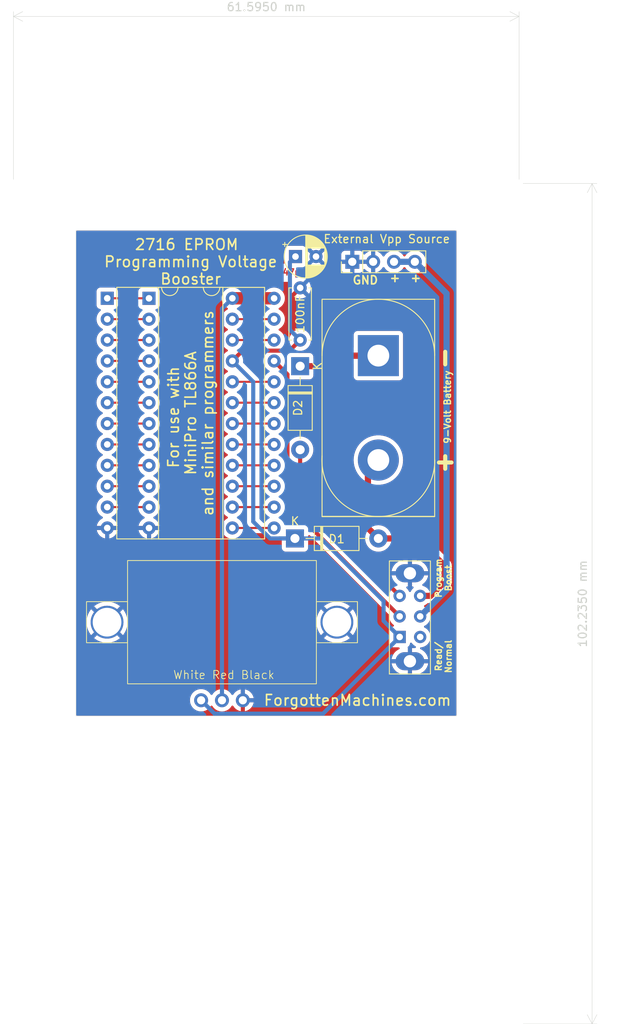
<source format=kicad_pcb>
(kicad_pcb (version 20221018) (generator pcbnew)
  (layers (0 "F.Cu" signal) (31 "B.Cu" signal) (34 "B.Paste" user) (35 "F.Paste" user) (36 "B.SilkS" user "B.Silkscreen") (37 "F.SilkS" user "F.Silkscreen") (38 "B.Mask" user) (39 "F.Mask" user) (44 "Edge.Cuts" user))
  (net 0 "")
  (net 1 "+24V")
  (net 2 "Net-(BT1-+)")
  (net 3 "Net-(BT1--)")
  (net 4 "Net-(D2-A)")
  (net 5 "GND")
  (net 6 "Net-(J1-Pin_3)")
  (net 7 "+5V")
  (net 8 "A7")
  (net 9 "A6")
  (net 10 "A5")
  (net 11 "A4")
  (net 12 "A3")
  (net 13 "A2")
  (net 14 "A1")
  (net 15 "A0")
  (net 16 "O0")
  (net 17 "O1")
  (net 18 "O2")
  (net 19 "O3")
  (net 20 "O4")
  (net 21 "O5")
  (net 22 "O6")
  (net 23 "O7")
  (net 24 "~{CE_PGM}")
  (net 25 "A10")
  (net 26 "~{OE}")
  (net 27 "Vpp from TL866A")
  (net 28 "A9")
  (net 29 "A8")
  (footprint "Package_DIP:DIP-24_W15.24mm" (layer "F.Cu") (at 182.245 82.55)
    (fp_text reference "P1" hide)
    (fp_text value "2716_EPROM")
    (fp_line (start 1.16 -1.33) (end 1.16 29.27) (stroke (width 0.12)) (layer "F.SilkS"))
    (fp_line (start 1.16 29.27) (end 14.08 29.27) (stroke (width 0.12)) (layer "F.SilkS"))
    (fp_line (start 6.62 -1.33) (end 1.16 -1.33) (stroke (width 0.12)) (layer "F.SilkS"))
    (fp_line (start 14.08 -1.33) (end 8.62 -1.33) (stroke (width 0.12)) (layer "F.SilkS"))
    (fp_line (start 14.08 29.27) (end 14.08 -1.33) (stroke (width 0.12)) (layer "F.SilkS"))
    (fp_arc (start 8.62 -1.33) (mid 7.62 -0.33) (end 6.62 -1.33) (stroke (width 0.12)) (layer "F.SilkS"))
    (pad "1" thru_hole rect (at 0 0) (size 1.6 1.6) (drill 0.8) (layers "*.Cu" "*.Mask") (net 8 "A7"))
    (pad "2" thru_hole oval (at 0 2.54) (size 1.6 1.6) (drill 0.8) (layers "*.Cu" "*.Mask") (net 9 "A6"))
    (pad "3" thru_hole oval (at 0 5.08) (size 1.6 1.6) (drill 0.8) (layers "*.Cu" "*.Mask") (net 10 "A5"))
    (pad "4" thru_hole oval (at 0 7.62) (size 1.6 1.6) (drill 0.8) (layers "*.Cu" "*.Mask") (net 11 "A4"))
    (pad "5" thru_hole oval (at 0 10.16) (size 1.6 1.6) (drill 0.8) (layers "*.Cu" "*.Mask") (net 12 "A3"))
    (pad "6" thru_hole oval (at 0 12.7) (size 1.6 1.6) (drill 0.8) (layers "*.Cu" "*.Mask") (net 13 "A2"))
    (pad "7" thru_hole oval (at 0 15.24) (size 1.6 1.6) (drill 0.8) (layers "*.Cu" "*.Mask") (net 14 "A1"))
    (pad "8" thru_hole oval (at 0 17.78) (size 1.6 1.6) (drill 0.8) (layers "*.Cu" "*.Mask") (net 15 "A0"))
    (pad "9" thru_hole oval (at 0 20.32) (size 1.6 1.6) (drill 0.8) (layers "*.Cu" "*.Mask") (net 16 "O0"))
    (pad "10" thru_hole oval (at 0 22.86) (size 1.6 1.6) (drill 0.8) (layers "*.Cu" "*.Mask") (net 17 "O1"))
    (pad "11" thru_hole oval (at 0 25.4) (size 1.6 1.6) (drill 0.8) (layers "*.Cu" "*.Mask") (net 18 "O2"))
    (pad "12" thru_hole oval (at 0 27.94) (size 1.6 1.6) (drill 0.8) (layers "*.Cu" "*.Mask") (net 5 "GND"))
    (pad "13" thru_hole oval (at 15.24 27.94) (size 1.6 1.6) (drill 0.8) (layers "*.Cu" "*.Mask") (net 19 "O3"))
    (pad "14" thru_hole oval (at 15.24 25.4) (size 1.6 1.6) (drill 0.8) (layers "*.Cu" "*.Mask") (net 20 "O4"))
    (pad "15" thru_hole oval (at 15.24 22.86) (size 1.6 1.6) (drill 0.8) (layers "*.Cu" "*.Mask") (net 21 "O5"))
    (pad "16" thru_hole oval (at 15.24 20.32) (size 1.6 1.6) (drill 0.8) (layers "*.Cu" "*.Mask") (net 22 "O6"))
    (pad "17" thru_hole oval (at 15.24 17.78) (size 1.6 1.6) (drill 0.8) (layers "*.Cu" "*.Mask") (net 23 "O7"))
    (pad "18" thru_hole oval (at 15.24 15.24) (size 1.6 1.6) (drill 0.8) (layers "*.Cu" "*.Mask") (net 24 "~{CE_PGM}"))
    (pad "19" thru_hole oval (at 15.24 12.7) (size 1.6 1.6) (drill 0.8) (layers "*.Cu" "*.Mask") (net 25 "A10"))
    (pad "20" thru_hole oval (at 15.24 10.16) (size 1.6 1.6) (drill 0.8) (layers "*.Cu" "*.Mask") (net 26 "~{OE}"))
    (pad "21" thru_hole oval (at 15.24 7.62) (size 1.6 1.6) (drill 0.8) (layers "*.Cu" "*.Mask") (net 27 "Vpp from TL866A"))
    (pad "22" thru_hole oval (at 15.24 5.08) (size 1.6 1.6) (drill 0.8) (layers "*.Cu" "*.Mask") (net 28 "A9"))
    (pad "23" thru_hole oval (at 15.24 2.54) (size 1.6 1.6) (drill 0.8) (layers "*.Cu" "*.Mask") (net 29 "A8"))
    (pad "24" thru_hole oval (at 15.24 0) (size 1.6 1.6) (drill 0.8) (layers "*.Cu" "*.Mask") (net 7 "+5V"))
  )
  (footprint "Forgotten Machines:SW_Slide_DPDT" (layer "F.Cu") (at 212.7775 123.745 90)
    (fp_text reference "SW1" hide)
    (fp_text value "Voltage Boost")
    (fp_rect (start -4.5 -1.25) (end 9.25 3.75) (stroke (width 0.12)) (fill none) (layer "F.SilkS"))
    (pad "" thru_hole oval (at -2.95 1.25 90) (size 2.2 3.5) (drill 1.5) (layers "*.Cu" "*.Mask") (net 5 "GND"))
    (pad "" thru_hole oval (at 7.75 1.25 90) (size 2.2 3.5) (drill 1.5) (layers "*.Cu" "*.Mask") (net 5 "GND"))
    (pad "1" thru_hole rect (at 0 0 90) (size 1.5 1.5) (drill 0.8) (layers "*.Cu" "*.Mask") (net 1 "+24V"))
    (pad "2" thru_hole circle (at 2.5 0 90) (size 1.5 1.5) (drill 0.8) (layers "*.Cu" "*.Mask") (net 27 "Vpp from TL866A"))
    (pad "3" thru_hole circle (at 5 0 90) (size 1.5 1.5) (drill 0.8) (layers "*.Cu" "*.Mask") (net 4 "Net-(D2-A)"))
    (pad "4" thru_hole circle (at 0 2.5 90) (size 1.5 1.5) (drill 0.8) (layers "*.Cu" "*.Mask"))
    (pad "5" thru_hole circle (at 2.5 2.5 90) (size 1.5 1.5) (drill 0.8) (layers "*.Cu" "*.Mask") (net 6 "Net-(J1-Pin_3)"))
    (pad "6" thru_hole circle (at 5 2.5 90) (size 1.5 1.5) (drill 0.8) (layers "*.Cu" "*.Mask") (net 2 "Net-(BT1-+)"))
  )
  (footprint "Capacitor_THT:CP_Radial_D5.0mm_P2.50mm" (layer "F.Cu") (at 200.089888 77.47)
    (fp_text reference "C2" hide)
    (fp_text value "47μF 35V" (at 1.205112 1.905) (layer "F.Cu") (effects (font (size 0.75 0.75))))
    (fp_line (start -1.554775 -1.475) (end -1.054775 -1.475) (stroke (width 0.12)) (layer "F.SilkS"))
    (fp_line (start -1.304775 -1.725) (end -1.304775 -1.225) (stroke (width 0.12)) (layer "F.SilkS"))
    (fp_line (start 1.25 -2.58) (end 1.25 2.58) (stroke (width 0.12)) (layer "F.SilkS"))
    (fp_line (start 1.29 -2.58) (end 1.29 2.58) (stroke (width 0.12)) (layer "F.SilkS"))
    (fp_line (start 1.33 -2.579) (end 1.33 2.579) (stroke (width 0.12)) (layer "F.SilkS"))
    (fp_line (start 1.37 -2.578) (end 1.37 2.578) (stroke (width 0.12)) (layer "F.SilkS"))
    (fp_line (start 1.41 -2.576) (end 1.41 2.576) (stroke (width 0.12)) (layer "F.SilkS"))
    (fp_line (start 1.45 -2.573) (end 1.45 2.573) (stroke (width 0.12)) (layer "F.SilkS"))
    (fp_line (start 1.49 -2.569) (end 1.49 -1.04) (stroke (width 0.12)) (layer "F.SilkS"))
    (fp_line (start 1.49 1.04) (end 1.49 2.569) (stroke (width 0.12)) (layer "F.SilkS"))
    (fp_line (start 1.53 -2.565) (end 1.53 -1.04) (stroke (width 0.12)) (layer "F.SilkS"))
    (fp_line (start 1.53 1.04) (end 1.53 2.565) (stroke (width 0.12)) (layer "F.SilkS"))
    (fp_line (start 1.57 -2.561) (end 1.57 -1.04) (stroke (width 0.12)) (layer "F.SilkS"))
    (fp_line (start 1.57 1.04) (end 1.57 2.561) (stroke (width 0.12)) (layer "F.SilkS"))
    (fp_line (start 1.61 -2.556) (end 1.61 -1.04) (stroke (width 0.12)) (layer "F.SilkS"))
    (fp_line (start 1.61 1.04) (end 1.61 2.556) (stroke (width 0.12)) (layer "F.SilkS"))
    (fp_line (start 1.65 -2.55) (end 1.65 -1.04) (stroke (width 0.12)) (layer "F.SilkS"))
    (fp_line (start 1.65 1.04) (end 1.65 2.55) (stroke (width 0.12)) (layer "F.SilkS"))
    (fp_line (start 1.69 -2.543) (end 1.69 -1.04) (stroke (width 0.12)) (layer "F.SilkS"))
    (fp_line (start 1.69 1.04) (end 1.69 2.543) (stroke (width 0.12)) (layer "F.SilkS"))
    (fp_line (start 1.73 -2.536) (end 1.73 -1.04) (stroke (width 0.12)) (layer "F.SilkS"))
    (fp_line (start 1.73 1.04) (end 1.73 2.536) (stroke (width 0.12)) (layer "F.SilkS"))
    (fp_line (start 1.77 -2.528) (end 1.77 -1.04) (stroke (width 0.12)) (layer "F.SilkS"))
    (fp_line (start 1.77 1.04) (end 1.77 2.528) (stroke (width 0.12)) (layer "F.SilkS"))
    (fp_line (start 1.81 -2.52) (end 1.81 -1.04) (stroke (width 0.12)) (layer "F.SilkS"))
    (fp_line (start 1.81 1.04) (end 1.81 2.52) (stroke (width 0.12)) (layer "F.SilkS"))
    (fp_line (start 1.85 -2.511) (end 1.85 -1.04) (stroke (width 0.12)) (layer "F.SilkS"))
    (fp_line (start 1.85 1.04) (end 1.85 2.511) (stroke (width 0.12)) (layer "F.SilkS"))
    (fp_line (start 1.89 -2.501) (end 1.89 -1.04) (stroke (width 0.12)) (layer "F.SilkS"))
    (fp_line (start 1.89 1.04) (end 1.89 2.501) (stroke (width 0.12)) (layer "F.SilkS"))
    (fp_line (start 1.93 -2.491) (end 1.93 -1.04) (stroke (width 0.12)) (layer "F.SilkS"))
    (fp_line (start 1.93 1.04) (end 1.93 2.491) (stroke (width 0.12)) (layer "F.SilkS"))
    (fp_line (start 1.971 -2.48) (end 1.971 -1.04) (stroke (width 0.12)) (layer "F.SilkS"))
    (fp_line (start 1.971 1.04) (end 1.971 2.48) (stroke (width 0.12)) (layer "F.SilkS"))
    (fp_line (start 2.011 -2.468) (end 2.011 -1.04) (stroke (width 0.12)) (layer "F.SilkS"))
    (fp_line (start 2.011 1.04) (end 2.011 2.468) (stroke (width 0.12)) (layer "F.SilkS"))
    (fp_line (start 2.051 -2.455) (end 2.051 -1.04) (stroke (width 0.12)) (layer "F.SilkS"))
    (fp_line (start 2.051 1.04) (end 2.051 2.455) (stroke (width 0.12)) (layer "F.SilkS"))
    (fp_line (start 2.091 -2.442) (end 2.091 -1.04) (stroke (width 0.12)) (layer "F.SilkS"))
    (fp_line (start 2.091 1.04) (end 2.091 2.442) (stroke (width 0.12)) (layer "F.SilkS"))
    (fp_line (start 2.131 -2.428) (end 2.131 -1.04) (stroke (width 0.12)) (layer "F.SilkS"))
    (fp_line (start 2.131 1.04) (end 2.131 2.428) (stroke (width 0.12)) (layer "F.SilkS"))
    (fp_line (start 2.171 -2.414) (end 2.171 -1.04) (stroke (width 0.12)) (layer "F.SilkS"))
    (fp_line (start 2.171 1.04) (end 2.171 2.414) (stroke (width 0.12)) (layer "F.SilkS"))
    (fp_line (start 2.211 -2.398) (end 2.211 -1.04) (stroke (width 0.12)) (layer "F.SilkS"))
    (fp_line (start 2.211 1.04) (end 2.211 2.398) (stroke (width 0.12)) (layer "F.SilkS"))
    (fp_line (start 2.251 -2.382) (end 2.251 -1.04) (stroke (width 0.12)) (layer "F.SilkS"))
    (fp_line (start 2.251 1.04) (end 2.251 2.382) (stroke (width 0.12)) (layer "F.SilkS"))
    (fp_line (start 2.291 -2.365) (end 2.291 -1.04) (stroke (width 0.12)) (layer "F.SilkS"))
    (fp_line (start 2.291 1.04) (end 2.291 2.365) (stroke (width 0.12)) (layer "F.SilkS"))
    (fp_line (start 2.331 -2.348) (end 2.331 -1.04) (stroke (width 0.12)) (layer "F.SilkS"))
    (fp_line (start 2.331 1.04) (end 2.331 2.348) (stroke (width 0.12)) (layer "F.SilkS"))
    (fp_line (start 2.371 -2.329) (end 2.371 -1.04) (stroke (width 0.12)) (layer "F.SilkS"))
    (fp_line (start 2.371 1.04) (end 2.371 2.329) (stroke (width 0.12)) (layer "F.SilkS"))
    (fp_line (start 2.411 -2.31) (end 2.411 -1.04) (stroke (width 0.12)) (layer "F.SilkS"))
    (fp_line (start 2.411 1.04) (end 2.411 2.31) (stroke (width 0.12)) (layer "F.SilkS"))
    (fp_line (start 2.451 -2.29) (end 2.451 -1.04) (stroke (width 0.12)) (layer "F.SilkS"))
    (fp_line (start 2.451 1.04) (end 2.451 2.29) (stroke (width 0.12)) (layer "F.SilkS"))
    (fp_line (start 2.491 -2.268) (end 2.491 -1.04) (stroke (width 0.12)) (layer "F.SilkS"))
    (fp_line (start 2.491 1.04) (end 2.491 2.268) (stroke (width 0.12)) (layer "F.SilkS"))
    (fp_line (start 2.531 -2.247) (end 2.531 -1.04) (stroke (width 0.12)) (layer "F.SilkS"))
    (fp_line (start 2.531 1.04) (end 2.531 2.247) (stroke (width 0.12)) (layer "F.SilkS"))
    (fp_line (start 2.571 -2.224) (end 2.571 -1.04) (stroke (width 0.12)) (layer "F.SilkS"))
    (fp_line (start 2.571 1.04) (end 2.571 2.224) (stroke (width 0.12)) (layer "F.SilkS"))
    (fp_line (start 2.611 -2.2) (end 2.611 -1.04) (stroke (width 0.12)) (layer "F.SilkS"))
    (fp_line (start 2.611 1.04) (end 2.611 2.2) (stroke (width 0.12)) (layer "F.SilkS"))
    (fp_line (start 2.651 -2.175) (end 2.651 -1.04) (stroke (width 0.12)) (layer "F.SilkS"))
    (fp_line (start 2.651 1.04) (end 2.651 2.175) (stroke (width 0.12)) (layer "F.SilkS"))
    (fp_line (start 2.691 -2.149) (end 2.691 -1.04) (stroke (width 0.12)) (layer "F.SilkS"))
    (fp_line (start 2.691 1.04) (end 2.691 2.149) (stroke (width 0.12)) (layer "F.SilkS"))
    (fp_line (start 2.731 -2.122) (end 2.731 -1.04) (stroke (width 0.12)) (layer "F.SilkS"))
    (fp_line (start 2.731 1.04) (end 2.731 2.122) (stroke (width 0.12)) (layer "F.SilkS"))
    (fp_line (start 2.771 -2.095) (end 2.771 -1.04) (stroke (width 0.12)) (layer "F.SilkS"))
    (fp_line (start 2.771 1.04) (end 2.771 2.095) (stroke (width 0.12)) (layer "F.SilkS"))
    (fp_line (start 2.811 -2.065) (end 2.811 -1.04) (stroke (width 0.12)) (layer "F.SilkS"))
    (fp_line (start 2.811 1.04) (end 2.811 2.065) (stroke (width 0.12)) (layer "F.SilkS"))
    (fp_line (start 2.851 -2.035) (end 2.851 -1.04) (stroke (width 0.12)) (layer "F.SilkS"))
    (fp_line (start 2.851 1.04) (end 2.851 2.035) (stroke (width 0.12)) (layer "F.SilkS"))
    (fp_line (start 2.891 -2.004) (end 2.891 -1.04) (stroke (width 0.12)) (layer "F.SilkS"))
    (fp_line (start 2.891 1.04) (end 2.891 2.004) (stroke (width 0.12)) (layer "F.SilkS"))
    (fp_line (start 2.931 -1.971) (end 2.931 -1.04) (stroke (width 0.12)) (layer "F.SilkS"))
    (fp_line (start 2.931 1.04) (end 2.931 1.971) (stroke (width 0.12)) (layer "F.SilkS"))
    (fp_line (start 2.971 -1.937) (end 2.971 -1.04) (stroke (width 0.12)) (layer "F.SilkS"))
    (fp_line (start 2.971 1.04) (end 2.971 1.937) (stroke (width 0.12)) (layer "F.SilkS"))
    (fp_line (start 3.011 -1.901) (end 3.011 -1.04) (stroke (width 0.12)) (layer "F.SilkS"))
    (fp_line (start 3.011 1.04) (end 3.011 1.901) (stroke (width 0.12)) (layer "F.SilkS"))
    (fp_line (start 3.051 -1.864) (end 3.051 -1.04) (stroke (width 0.12)) (layer "F.SilkS"))
    (fp_line (start 3.051 1.04) (end 3.051 1.864) (stroke (width 0.12)) (layer "F.SilkS"))
    (fp_line (start 3.091 -1.826) (end 3.091 -1.04) (stroke (width 0.12)) (layer "F.SilkS"))
    (fp_line (start 3.091 1.04) (end 3.091 1.826) (stroke (width 0.12)) (layer "F.SilkS"))
    (fp_line (start 3.131 -1.785) (end 3.131 -1.04) (stroke (width 0.12)) (layer "F.SilkS"))
    (fp_line (start 3.131 1.04) (end 3.131 1.785) (stroke (width 0.12)) (layer "F.SilkS"))
    (fp_line (start 3.171 -1.743) (end 3.171 -1.04) (stroke (width 0.12)) (layer "F.SilkS"))
    (fp_line (start 3.171 1.04) (end 3.171 1.743) (stroke (width 0.12)) (layer "F.SilkS"))
    (fp_line (start 3.211 -1.699) (end 3.211 -1.04) (stroke (width 0.12)) (layer "F.SilkS"))
    (fp_line (start 3.211 1.04) (end 3.211 1.699) (stroke (width 0.12)) (layer "F.SilkS"))
    (fp_line (start 3.251 -1.653) (end 3.251 -1.04) (stroke (width 0.12)) (layer "F.SilkS"))
    (fp_line (start 3.251 1.04) (end 3.251 1.653) (stroke (width 0.12)) (layer "F.SilkS"))
    (fp_line (start 3.291 -1.605) (end 3.291 -1.04) (stroke (width 0.12)) (layer "F.SilkS"))
    (fp_line (start 3.291 1.04) (end 3.291 1.605) (stroke (width 0.12)) (layer "F.SilkS"))
    (fp_line (start 3.331 -1.554) (end 3.331 -1.04) (stroke (width 0.12)) (layer "F.SilkS"))
    (fp_line (start 3.331 1.04) (end 3.331 1.554) (stroke (width 0.12)) (layer "F.SilkS"))
    (fp_line (start 3.371 -1.5) (end 3.371 -1.04) (stroke (width 0.12)) (layer "F.SilkS"))
    (fp_line (start 3.371 1.04) (end 3.371 1.5) (stroke (width 0.12)) (layer "F.SilkS"))
    (fp_line (start 3.411 -1.443) (end 3.411 -1.04) (stroke (width 0.12)) (layer "F.SilkS"))
    (fp_line (start 3.411 1.04) (end 3.411 1.443) (stroke (width 0.12)) (layer "F.SilkS"))
    (fp_line (start 3.451 -1.383) (end 3.451 -1.04) (stroke (width 0.12)) (layer "F.SilkS"))
    (fp_line (start 3.451 1.04) (end 3.451 1.383) (stroke (width 0.12)) (layer "F.SilkS"))
    (fp_line (start 3.491 -1.319) (end 3.491 -1.04) (stroke (width 0.12)) (layer "F.SilkS"))
    (fp_line (start 3.491 1.04) (end 3.491 1.319) (stroke (width 0.12)) (layer "F.SilkS"))
    (fp_line (start 3.531 -1.251) (end 3.531 -1.04) (stroke (width 0.12)) (layer "F.SilkS"))
    (fp_line (start 3.531 1.04) (end 3.531 1.251) (stroke (width 0.12)) (layer "F.SilkS"))
    (fp_line (start 3.571 -1.178) (end 3.571 1.178) (stroke (width 0.12)) (layer "F.SilkS"))
    (fp_line (start 3.611 -1.098) (end 3.611 1.098) (stroke (width 0.12)) (layer "F.SilkS"))
    (fp_line (start 3.651 -1.011) (end 3.651 1.011) (stroke (width 0.12)) (layer "F.SilkS"))
    (fp_line (start 3.691 -0.915) (end 3.691 0.915) (stroke (width 0.12)) (layer "F.SilkS"))
    (fp_line (start 3.731 -0.805) (end 3.731 0.805) (stroke (width 0.12)) (layer "F.SilkS"))
    (fp_line (start 3.771 -0.677) (end 3.771 0.677) (stroke (width 0.12)) (layer "F.SilkS"))
    (fp_line (start 3.811 -0.518) (end 3.811 0.518) (stroke (width 0.12)) (layer "F.SilkS"))
    (fp_line (start 3.851 -0.284) (end 3.851 0.284) (stroke (width 0.12)) (layer "F.SilkS"))
    (fp_circle (center 1.25 0) (end 3.87 0) (stroke (width 0.12)) (fill none) (layer "F.SilkS"))
    (pad "1" thru_hole rect (at 0 0) (size 1.6 1.6) (drill 0.8) (layers "*.Cu" "*.Mask") (net 1 "+24V"))
    (pad "2" thru_hole circle (at 2.5 0) (size 1.6 1.6) (drill 0.8) (layers "*.Cu" "*.Mask") (net 5 "GND"))
  )
  (footprint "Package_DIP:DIP-24_W15.24mm" (layer "F.Cu") (at 177.16 82.545)
    (fp_text reference "U1" hide)
    (fp_text value "2716_EPROM")
    (fp_line (start 1.16 -1.33) (end 1.16 29.27) (stroke (width 0.12)) (layer "F.SilkS"))
    (fp_line (start 1.16 29.27) (end 14.08 29.27) (stroke (width 0.12)) (layer "F.SilkS"))
    (fp_line (start 6.62 -1.33) (end 1.16 -1.33) (stroke (width 0.12)) (layer "F.SilkS"))
    (fp_line (start 14.08 -1.33) (end 8.62 -1.33) (stroke (width 0.12)) (layer "F.SilkS"))
    (fp_line (start 14.08 29.27) (end 14.08 -1.33) (stroke (width 0.12)) (layer "F.SilkS"))
    (fp_arc (start 8.62 -1.33) (mid 7.62 -0.33) (end 6.62 -1.33) (stroke (width 0.12)) (layer "F.SilkS"))
    (pad "1" thru_hole rect (at 0 0) (size 1.6 1.6) (drill 0.8) (layers "*.Cu" "*.Mask") (net 8 "A7"))
    (pad "2" thru_hole oval (at 0 2.54) (size 1.6 1.6) (drill 0.8) (layers "*.Cu" "*.Mask") (net 9 "A6"))
    (pad "3" thru_hole oval (at 0 5.08) (size 1.6 1.6) (drill 0.8) (layers "*.Cu" "*.Mask") (net 10 "A5"))
    (pad "4" thru_hole oval (at 0 7.62) (size 1.6 1.6) (drill 0.8) (layers "*.Cu" "*.Mask") (net 11 "A4"))
    (pad "5" thru_hole oval (at 0 10.16) (size 1.6 1.6) (drill 0.8) (layers "*.Cu" "*.Mask") (net 12 "A3"))
    (pad "6" thru_hole oval (at 0 12.7) (size 1.6 1.6) (drill 0.8) (layers "*.Cu" "*.Mask") (net 13 "A2"))
    (pad "7" thru_hole oval (at 0 15.24) (size 1.6 1.6) (drill 0.8) (layers "*.Cu" "*.Mask") (net 14 "A1"))
    (pad "8" thru_hole oval (at 0 17.78) (size 1.6 1.6) (drill 0.8) (layers "*.Cu" "*.Mask") (net 15 "A0"))
    (pad "9" thru_hole oval (at 0 20.32) (size 1.6 1.6) (drill 0.8) (layers "*.Cu" "*.Mask") (net 16 "O0"))
    (pad "10" thru_hole oval (at 0 22.86) (size 1.6 1.6) (drill 0.8) (layers "*.Cu" "*.Mask") (net 17 "O1"))
    (pad "11" thru_hole oval (at 0 25.4) (size 1.6 1.6) (drill 0.8) (layers "*.Cu" "*.Mask") (net 18 "O2"))
    (pad "12" thru_hole oval (at 0 27.94) (size 1.6 1.6) (drill 0.8) (layers "*.Cu" "*.Mask") (net 5 "GND"))
    (pad "13" thru_hole oval (at 15.24 27.94) (size 1.6 1.6) (drill 0.8) (layers "*.Cu" "*.Mask") (net 19 "O3"))
    (pad "14" thru_hole oval (at 15.24 25.4) (size 1.6 1.6) (drill 0.8) (layers "*.Cu" "*.Mask") (net 20 "O4"))
    (pad "15" thru_hole oval (at 15.24 22.86) (size 1.6 1.6) (drill 0.8) (layers "*.Cu" "*.Mask") (net 21 "O5"))
    (pad "16" thru_hole oval (at 15.24 20.32) (size 1.6 1.6) (drill 0.8) (layers "*.Cu" "*.Mask") (net 22 "O6"))
    (pad "17" thru_hole oval (at 15.24 17.78) (size 1.6 1.6) (drill 0.8) (layers "*.Cu" "*.Mask") (net 23 "O7"))
    (pad "18" thru_hole oval (at 15.24 15.24) (size 1.6 1.6) (drill 0.8) (layers "*.Cu" "*.Mask") (net 24 "~{CE_PGM}"))
    (pad "19" thru_hole oval (at 15.24 12.7) (size 1.6 1.6) (drill 0.8) (layers "*.Cu" "*.Mask") (net 25 "A10"))
    (pad "20" thru_hole oval (at 15.24 10.16) (size 1.6 1.6) (drill 0.8) (layers "*.Cu" "*.Mask") (net 26 "~{OE}"))
    (pad "21" thru_hole oval (at 15.24 7.62) (size 1.6 1.6) (drill 0.8) (layers "*.Cu" "*.Mask") (net 1 "+24V"))
    (pad "22" thru_hole oval (at 15.24 5.08) (size 1.6 1.6) (drill 0.8) (layers "*.Cu" "*.Mask") (net 28 "A9"))
    (pad "23" thru_hole oval (at 15.24 2.54) (size 1.6 1.6) (drill 0.8) (layers "*.Cu" "*.Mask") (net 29 "A8"))
    (pad "24" thru_hole oval (at 15.24 0) (size 1.6 1.6) (drill 0.8) (layers "*.Cu" "*.Mask") (net 7 "+5V"))
  )
  (footprint "Connector_PinHeader_2.54mm:PinHeader_1x04_P2.54mm_Vertical" (layer "F.Cu") (at 207.01 78.105 90)
    (fp_text reference "J1" hide)
    (fp_text value "External Power for Vpp")
    (fp_line (start -1.33 -1.33) (end 0 -1.33) (stroke (width 0.12)) (layer "F.SilkS"))
    (fp_line (start -1.33 0) (end -1.33 -1.33) (stroke (width 0.12)) (layer "F.SilkS"))
    (fp_line (start -1.33 1.27) (end -1.33 8.95) (stroke (width 0.12)) (layer "F.SilkS"))
    (fp_line (start -1.33 1.27) (end 1.33 1.27) (stroke (width 0.12)) (layer "F.SilkS"))
    (fp_line (start -1.33 8.95) (end 1.33 8.95) (stroke (width 0.12)) (layer "F.SilkS"))
    (fp_line (start 1.33 1.27) (end 1.33 8.95) (stroke (width 0.12)) (layer "F.SilkS"))
    (pad "1" thru_hole rect (at 0 0 90) (size 1.7 1.7) (drill 1) (layers "*.Cu" "*.Mask") (net 5 "GND"))
    (pad "2" thru_hole oval (at 0 2.54 90) (size 1.7 1.7) (drill 1) (layers "*.Cu" "*.Mask") (net 5 "GND"))
    (pad "3" thru_hole oval (at 0 5.08 90) (size 1.7 1.7) (drill 1) (layers "*.Cu" "*.Mask") (net 6 "Net-(J1-Pin_3)"))
    (pad "4" thru_hole oval (at 0 7.62 90) (size 1.7 1.7) (drill 1) (layers "*.Cu" "*.Mask") (net 6 "Net-(J1-Pin_3)"))
  )
  (footprint "Diode_THT:D_DO-41_SOD81_P10.16mm_Horizontal" (layer "F.Cu") (at 200.025 111.76)
    (fp_text reference "D1" (at 5.08 0.073789) (layer "F.SilkS"))
    (fp_text value "1N4004")
    (fp_text user "K" (at 0 -2.1) (layer "F.SilkS"))
    (fp_line (start 1.34 0) (end 2.36 0) (stroke (width 0.12)) (layer "F.SilkS"))
    (fp_line (start 2.36 -1.47) (end 2.36 1.47) (stroke (width 0.12)) (layer "F.SilkS"))
    (fp_line (start 2.36 1.47) (end 7.8 1.47) (stroke (width 0.12)) (layer "F.SilkS"))
    (fp_line (start 3.14 -1.47) (end 3.14 1.47) (stroke (width 0.12)) (layer "F.SilkS"))
    (fp_line (start 3.26 -1.47) (end 3.26 1.47) (stroke (width 0.12)) (layer "F.SilkS"))
    (fp_line (start 3.38 -1.47) (end 3.38 1.47) (stroke (width 0.12)) (layer "F.SilkS"))
    (fp_line (start 7.8 -1.47) (end 2.36 -1.47) (stroke (width 0.12)) (layer "F.SilkS"))
    (fp_line (start 7.8 1.47) (end 7.8 -1.47) (stroke (width 0.12)) (layer "F.SilkS"))
    (fp_line (start 8.82 0) (end 7.8 0) (stroke (width 0.12)) (layer "F.SilkS"))
    (pad "1" thru_hole rect (at 0 0) (size 2.2 2.2) (drill 1.1) (layers "*.Cu" "*.Mask") (net 1 "+24V"))
    (pad "2" thru_hole oval (at 10.16 0) (size 2.2 2.2) (drill 1.1) (layers "*.Cu" "*.Mask") (net 2 "Net-(BT1-+)"))
  )
  (footprint "Forgotten Machines:Disc Capacitor Common Entrex Trapezoid" (layer "F.Cu") (at 200.445 85.09 90)
    (fp_text reference "C1" hide)
    (fp_text value "100nF" (at 0.635 0.215 90 unlocked) (layer "F.SilkS"))
    (fp_line (start -2.54 -1.155) (end -2.54 -0.84) (stroke (width 0.12)) (layer "F.SilkS"))
    (fp_line (start -2.54 -1.155) (end 3.81 -1.155) (stroke (width 0.12)) (layer "F.SilkS"))
    (fp_line (start -2.54 1.27) (end -2.54 1.585) (stroke (width 0.12)) (layer "F.SilkS"))
    (fp_line (start -2.54 1.585) (end 3.81 1.585) (stroke (width 0.12)) (layer "F.SilkS"))
    (fp_line (start 3.81 -1.155) (end 3.81 -0.84) (stroke (width 0.12)) (layer "F.SilkS"))
    (fp_line (start 3.81 1.27) (end 3.81 1.585) (stroke (width 0.12)) (layer "F.SilkS"))
    (pad "1" thru_hole circle (at -2.54 0.215 90) (size 1.6 1.6) (drill 0.8) (layers "*.Cu" "*.Mask") (net 1 "+24V"))
    (pad "2" thru_hole circle (at 3.81 0.215 90) (size 1.6 1.6) (drill 0.8) (layers "*.Cu" "*.Mask") (net 5 "GND"))
  )
  (footprint "Forgotten Machines:Cheap Amazon Voltmeter" (layer "F.Cu") (at 191.135 121.945)
    (fp_text reference "MES1" hide)
    (fp_text value "Cheap Amazon Voltmeter")
    (fp_text user "White Red Black" (at -6 7 unlocked) (layer "F.SilkS") (effects (font (thickness 0.1)) (justify left bottom)))
    (fp_rect (start -11.5 -7.5) (end 11.5 7.5) (stroke (width 0.1)) (fill none) (layer "F.SilkS"))
    (fp_rect (start -11.5 -2.5) (end -16.5 2.5) (stroke (width 0.1)) (fill none) (layer "F.SilkS"))
    (fp_rect (start 16.5 -2.5) (end 11.5 2.5) (stroke (width 0.1)) (fill none) (layer "F.SilkS"))
    (fp_rect (start 16.5 2.5) (end 16.5 -2.5) (stroke (width 0.1)) (fill none) (layer "F.SilkS"))
    (pad "1" thru_hole oval (at 2.54 9.5 270) (size 1.7 1.7) (drill 1) (layers "*.Cu" "*.Mask") (net 5 "GND"))
    (pad "2" thru_hole oval (at 0 9.5 270) (size 1.7 1.7) (drill 1) (layers "*.Cu" "*.Mask") (net 7 "+5V"))
    (pad "3" thru_hole oval (at -2.54 9.5 270) (size 1.7 1.7) (drill 1) (layers "*.Cu" "*.Mask") (net 1 "+24V"))
    (pad "4" thru_hole circle (at -14 0 270) (size 4 4) (drill 3.5) (layers "*.Cu" "*.Mask") (net 5 "GND"))
    (pad "5" thru_hole circle (at 14 0 270) (size 4 4) (drill 3.5) (layers "*.Cu" "*.Mask") (net 5 "GND"))
  )
  (footprint "Forgotten Machines:9v Battery PCB-Mount" (layer "F.Cu") (at 210.185 89.5223 -90)
    (fp_text reference "BT1" hide)
    (fp_text value "9v Battery")
    (fp_text user "-" (at -1.27 -7.112 -90 unlocked) (layer "F.SilkS") (effects (font (size 2 2) (thickness 0.5) bold) (justify left bottom)))
    (fp_text user "+" (at 11.43 -7.112 -90 unlocked) (layer "F.SilkS") (effects (font (size 2 2) (thickness 0.5) bold) (justify left bottom)))
    (fp_rect (start 19.558 -6.858) (end 19.5834 6.858) (stroke (width 0.12)) (fill none) (layer "F.SilkS"))
    (fp_rect (start 19.558 6.858) (end -6.858 -6.858) (stroke (width 0.12)) (fill none) (layer "F.SilkS"))
    (fp_arc (start 0 6.858) (mid -6.858 0) (end 0 -6.858) (stroke (width 0.12)) (layer "F.SilkS"))
    (fp_arc (start 12.7 -6.876789) (mid 19.57209 0.254174) (end 12.192 6.858) (stroke (width 0.12)) (layer "F.SilkS"))
    (pad "1" thru_hole circle (at 12.7 0 270) (size 5 5) (drill 2.65) (layers "*.Cu" "*.Mask") (net 2 "Net-(BT1-+)"))
    (pad "2" thru_hole rect (at 0 0 270) (size 5 5) (drill 2.65) (layers "*.Cu" "*.Mask") (net 3 "Net-(BT1--)"))
  )
  (footprint "Diode_THT:D_DO-41_SOD81_P10.16mm_Horizontal" (layer "F.Cu") (at 200.66 90.805 -90)
    (fp_text reference "D2" (at 5.08 0.268789 90) (layer "F.SilkS"))
    (fp_text value "1N4004")
    (fp_text user "K" (at 0 -2.1 90) (layer "F.SilkS"))
    (fp_line (start 1.34 0) (end 2.36 0) (stroke (width 0.12)) (layer "F.SilkS"))
    (fp_line (start 2.36 -1.47) (end 2.36 1.47) (stroke (width 0.12)) (layer "F.SilkS"))
    (fp_line (start 2.36 1.47) (end 7.8 1.47) (stroke (width 0.12)) (layer "F.SilkS"))
    (fp_line (start 3.14 -1.47) (end 3.14 1.47) (stroke (width 0.12)) (layer "F.SilkS"))
    (fp_line (start 3.26 -1.47) (end 3.26 1.47) (stroke (width 0.12)) (layer "F.SilkS"))
    (fp_line (start 3.38 -1.47) (end 3.38 1.47) (stroke (width 0.12)) (layer "F.SilkS"))
    (fp_line (start 7.8 -1.47) (end 2.36 -1.47) (stroke (width 0.12)) (layer "F.SilkS"))
    (fp_line (start 7.8 1.47) (end 7.8 -1.47) (stroke (width 0.12)) (layer "F.SilkS"))
    (fp_line (start 8.82 0) (end 7.8 0) (stroke (width 0.12)) (layer "F.SilkS"))
    (pad "1" thru_hole rect (at 0 0 270) (size 2.2 2.2) (drill 1.1) (layers "*.Cu" "*.Mask") (net 3 "Net-(BT1--)"))
    (pad "2" thru_hole oval (at 10.16 0 270) (size 2.2 2.2) (drill 1.1) (layers "*.Cu" "*.Mask") (net 4 "Net-(D2-A)"))
  )
  (gr_rect (start 173.355 74.295) (end 219.71 133.35) (stroke (width 0.05)) (fill none) (layer "Edge.Cuts"))
  (gr_text "ForgottenMachines.com" (at 207.645 131.445) (layer "F.SilkS") (effects (font (size 1.3 1.3) (thickness 0.2))))
  (gr_text "Read/\nNormal" (at 218.12 126.115 90) (layer "F.SilkS") (effects (font (size 0.75 0.75) (thickness 0.17) bold)))
  (gr_text "9-Volt Battery" (at 219.075 100.3173 90) (layer "F.SilkS") (effects (font (size 0.8 0.8) (thickness 0.16) bold) (justify left bottom)))
  (gr_text "+" (at 211.455 80.645) (layer "F.SilkS") (effects (font (size 1 1) (thickness 0.2) bold) (justify left bottom)))
  (gr_text "GND" (at 206.945 80.925) (layer "F.SilkS") (effects (font (size 1 1) (thickness 0.2) bold) (justify left bottom)))
  (gr_text "2716 EPROM \nProgramming Voltage\nBooster" (at 187.325 78.105) (layer "F.SilkS") (effects (font (size 1.3 1.3) (thickness 0.2))))
  (gr_text "Program\nBoost" (at 218.12 116.59 90) (layer "F.SilkS") (effects (font (size 0.75 0.75) (thickness 0.17) bold)))
  (gr_text "+" (at 213.995 80.645) (layer "F.SilkS") (effects (font (size 1 1) (thickness 0.2) bold) (justify left bottom)))
  (gr_text "For use with \nMiniPro TL866A\nand similar programmers" (at 187.325 96.52 90) (layer "F.SilkS") (effects (font (size 1.3 1.3) (thickness 0.2))))
  (gr_text "External Vpp Source" (at 203.420888 75.916) (layer "F.SilkS") (effects (font (size 1 1)) (justify left bottom)))
  (dimension (type aligned) (layer "Edge.Cuts") (pts (xy 227.33 68.58) (xy 227.33 170.815)) (height -8.89) (gr_text "102.2350 mm" (at 235.07 119.6975 90) (layer "Edge.Cuts") (effects (font (size 1 1) (thickness 0.15)))) (format (prefix "") (suffix "") (units 3) (units_format 1) (precision 4)) (style (thickness 0.05) (arrow_length 1.27) (text_position_mode 0) (extension_height 0.58642) (extension_offset 0.5) keep_text_aligned))
  (dimension (type aligned) (layer "Edge.Cuts") (pts (xy 227.33 68.58) (xy 165.735 68.58)) (height 20.32) (gr_text "61.5950 mm" (at 196.5325 47.11) (layer "Edge.Cuts") (effects (font (size 1 1) (thickness 0.15)))) (format (prefix "") (suffix "") (units 3) (units_format 1) (precision 4)) (style (thickness 0.05) (arrow_length 1.27) (text_position_mode 0) (extension_height 0.58642) (extension_offset 0.5) keep_text_aligned))
  (segment (start 193.65 88.915) (end 199.375 88.915) (width 0.5) (layer "F.Cu") (net 1))
  (segment (start 212.7775 123.745) (end 212.7775 123.7725) (width 0.5) (layer "F.Cu") (net 1))
  (segment (start 192.4 90.165) (end 193.65 88.915) (width 0.5) (layer "F.Cu") (net 1))
  (segment (start 199.375 88.915) (end 200.66 87.63) (width 0.5) (layer "F.Cu") (net 1))
  (segment (start 194.945 92.71) (end 194.945 109.717767) (width 0.5) (layer "B.Cu") (net 1))
  (segment (start 199.41 78.149888) (end 200.089888 77.47) (width 0.5) (layer "B.Cu") (net 1))
  (segment (start 203.4475 133.075) (end 190.225 133.075) (width 0.5) (layer "B.Cu") (net 1))
  (segment (start 212.7775 123.745) (end 203.4475 133.075) (width 0.5) (layer "B.Cu") (net 1))
  (segment (start 194.945 109.717767) (end 196.987233 111.76) (width 0.5) (layer "B.Cu") (net 1))
  (segment (start 198.12 111.76) (end 200.025 111.76) (width 0.5) (layer "B.Cu") (net 1))
  (segment (start 210.82 121.7875) (end 212.7775 123.745) (width 0.5) (layer "B.Cu") (net 1))
  (segment (start 203.2 111.76) (end 210.82 119.38) (width 0.5) (layer "B.Cu") (net 1))
  (segment (start 198.12 111.76) (end 203.2 111.76) (width 0.5) (layer "B.Cu") (net 1))
  (segment (start 200.66 87.63) (end 199.41 86.38) (width 0.5) (layer "B.Cu") (net 1))
  (segment (start 196.987233 111.76) (end 198.12 111.76) (width 0.5) (layer "B.Cu") (net 1))
  (segment (start 199.41 86.38) (end 199.41 78.149888) (width 0.5) (layer "B.Cu") (net 1))
  (segment (start 192.4 90.165) (end 194.945 92.71) (width 0.5) (layer "B.Cu") (net 1))
  (segment (start 190.225 133.075) (end 188.595 131.445) (width 0.5) (layer "B.Cu") (net 1))
  (segment (start 210.82 119.38) (end 210.82 121.7875) (width 0.5) (layer "B.Cu") (net 1))
  (segment (start 213.36 111.76) (end 214.915634 111.76) (width 0.75) (layer "F.Cu") (net 2))
  (segment (start 216.535 118.745) (end 215.2775 118.745) (width 0.75) (layer "F.Cu") (net 2))
  (segment (start 218.245 115.089366) (end 218.245 116.84) (width 0.75) (layer "F.Cu") (net 2))
  (segment (start 218.245 117.035) (end 216.535 118.745) (width 0.75) (layer "F.Cu") (net 2))
  (segment (start 214.915634 111.76) (end 218.245 115.089366) (width 0.75) (layer "F.Cu") (net 2))
  (segment (start 208.915 102.235) (end 208.915 106.68) (width 0.75) (layer "F.Cu") (net 2))
  (segment (start 208.915 106.68) (end 208.915 103.4923) (width 0.75) (layer "F.Cu") (net 2))
  (segment (start 210.185 111.76) (end 214.915634 111.76) (width 0.75) (layer "F.Cu") (net 2))
  (segment (start 208.915 110.49) (end 210.185 111.76) (width 0.75) (layer "F.Cu") (net 2))
  (segment (start 208.915 106.68) (end 208.915 110.49) (width 0.75) (layer "F.Cu") (net 2))
  (segment (start 208.915 103.4923) (end 210.185 102.2223) (width 0.75) (layer "F.Cu") (net 2))
  (segment (start 218.245 116.84) (end 218.245 117.035) (width 0.75) (layer "F.Cu") (net 2))
  (segment (start 203.2 90.805) (end 204.47 89.535) (width 0.75) (layer "F.Cu") (net 3))
  (segment (start 205.74 89.535) (end 205.7527 89.5223) (width 0.75) (layer "F.Cu") (net 3))
  (segment (start 204.47 89.535) (end 205.74 89.535) (width 0.75) (layer "F.Cu") (net 3))
  (segment (start 200.66 90.805) (end 203.2 90.805) (width 0.75) (layer "F.Cu") (net 3))
  (segment (start 205.7527 89.5223) (end 210.185 89.5223) (width 0.75) (layer "F.Cu") (net 3))
  (segment (start 205.74 89.535) (end 208.915 89.535) (width 0.75) (layer "F.Cu") (net 3))
  (segment (start 200.66 106.6275) (end 212.7775 118.745) (width 0.5) (layer "F.Cu") (net 4))
  (segment (start 200.66 100.965) (end 200.66 106.6275) (width 0.5) (layer "F.Cu") (net 4))
  (segment (start 218.495 81.97) (end 214.63 78.105) (width 0.75) (layer "B.Cu") (net 6))
  (segment (start 218.495 83.185) (end 218.495 81.97) (width 0.75) (layer "B.Cu") (net 6))
  (segment (start 215.2775 121.245) (end 218.495 118.0275) (width 0.75) (layer "B.Cu") (net 6))
  (segment (start 214.63 78.105) (end 212.09 78.105) (width 0.75) (layer "B.Cu") (net 6))
  (segment (start 218.495 118.0275) (end 218.495 83.185) (width 0.75) (layer "B.Cu") (net 6))
  (segment (start 218.495 83.185) (end 218.495 82.605) (width 0.75) (layer "B.Cu") (net 6))
  (segment (start 197.48 82.545) (end 197.485 82.55) (width 0.25) (layer "F.Cu") (net 7))
  (segment (start 192.4 82.545) (end 197.48 82.545) (width 1.5) (layer "F.Cu") (net 7))
  (segment (start 191.135 83.81) (end 191.135 131.445) (width 0.5) (layer "B.Cu") (net 7))
  (segment (start 192.4 82.545) (end 191.135 83.81) (width 0.5) (layer "B.Cu") (net 7))
  (segment (start 177.16 82.545) (end 182.24 82.545) (width 0.25) (layer "F.Cu") (net 8))
  (segment (start 182.24 82.545) (end 182.245 82.55) (width 0.25) (layer "F.Cu") (net 8))
  (segment (start 182.24 85.085) (end 182.245 85.09) (width 0.25) (layer "F.Cu") (net 9))
  (segment (start 177.16 85.085) (end 182.24 85.085) (width 0.25) (layer "F.Cu") (net 9))
  (segment (start 182.24 87.625) (end 182.245 87.63) (width 0.25) (layer "F.Cu") (net 10))
  (segment (start 177.16 87.625) (end 182.24 87.625) (width 0.25) (layer "F.Cu") (net 10))
  (segment (start 182.24 90.165) (end 182.245 90.17) (width 0.25) (layer "F.Cu") (net 11))
  (segment (start 177.16 90.165) (end 182.24 90.165) (width 0.25) (layer "F.Cu") (net 11))
  (segment (start 177.16 92.705) (end 182.24 92.705) (width 0.25) (layer "F.Cu") (net 12))
  (segment (start 182.24 92.705) (end 182.245 92.71) (width 0.25) (layer "F.Cu") (net 12))
  (segment (start 182.24 95.245) (end 182.245 95.25) (width 0.25) (layer "F.Cu") (net 13))
  (segment (start 177.16 95.245) (end 182.24 95.245) (width 0.25) (layer "F.Cu") (net 13))
  (segment (start 177.16 97.785) (end 182.24 97.785) (width 0.25) (layer "F.Cu") (net 14))
  (segment (start 182.24 97.785) (end 182.245 97.79) (width 0.25) (layer "F.Cu") (net 14))
  (segment (start 182.24 100.325) (end 182.245 100.33) (width 0.25) (layer "F.Cu") (net 15))
  (segment (start 177.16 100.325) (end 182.24 100.325) (width 0.25) (layer "F.Cu") (net 15))
  (segment (start 182.24 102.865) (end 182.245 102.87) (width 0.25) (layer "F.Cu") (net 16))
  (segment (start 177.16 102.865) (end 182.24 102.865) (width 0.25) (layer "F.Cu") (net 16))
  (segment (start 182.24 105.405) (end 182.245 105.41) (width 0.25) (layer "F.Cu") (net 17))
  (segment (start 177.16 105.405) (end 182.24 105.405) (width 0.25) (layer "F.Cu") (net 17))
  (segment (start 177.16 107.945) (end 182.24 107.945) (width 0.25) (layer "F.Cu") (net 18))
  (segment (start 182.24 107.945) (end 182.245 107.95) (width 0.25) (layer "F.Cu") (net 18))
  (segment (start 197.48 110.485) (end 197.485 110.49) (width 0.25) (layer "F.Cu") (net 19))
  (segment (start 192.4 110.485) (end 197.48 110.485) (width 0.25) (layer "F.Cu") (net 19))
  (segment (start 192.4 107.945) (end 197.48 107.945) (width 0.25) (layer "F.Cu") (net 20))
  (segment (start 197.48 107.945) (end 197.485 107.95) (width 0.25) (layer "F.Cu") (net 20))
  (segment (start 197.48 105.405) (end 197.485 105.41) (width 0.25) (layer "F.Cu") (net 21))
  (segment (start 192.4 105.405) (end 197.48 105.405) (width 0.25) (layer "F.Cu") (net 21))
  (segment (start 197.48 102.865) (end 197.485 102.87) (width 0.25) (layer "F.Cu") (net 22))
  (segment (start 192.4 102.865) (end 197.48 102.865) (width 0.25) (layer "F.Cu") (net 22))
  (segment (start 197.48 100.325) (end 197.485 100.33) (width 0.25) (layer "F.Cu") (net 23))
  (segment (start 192.4 100.325) (end 197.48 100.325) (width 0.25) (layer "F.Cu") (net 23))
  (segment (start 197.48 97.785) (end 197.485 97.79) (width 0.25) (layer "F.Cu") (net 24))
  (segment (start 192.4 97.785) (end 197.48 97.785) (width 0.25) (layer "F.Cu") (net 24))
  (segment (start 197.48 95.245) (end 197.485 95.25) (width 0.25) (layer "F.Cu") (net 25))
  (segment (start 192.4 95.245) (end 197.48 95.245) (width 0.25) (layer "F.Cu") (net 25))
  (segment (start 192.4 92.705) (end 197.48 92.705) (width 0.25) (layer "F.Cu") (net 26))
  (segment (start 197.48 92.705) (end 197.485 92.71) (width 0.25) (layer "F.Cu") (net 26))
  (segment (start 197.485 90.17) (end 199.11 91.795) (width 0.5) (layer "F.Cu") (net 27))
  (segment (start 199.11 91.795) (end 199.11 107.5775) (width 0.5) (layer "F.Cu") (net 27))
  (segment (start 199.11 107.5775) (end 212.7775 121.245) (width 0.5) (layer "F.Cu") (net 27))
  (segment (start 192.4 87.625) (end 197.48 87.625) (width 0.25) (layer "F.Cu") (net 28))
  (segment (start 197.48 87.625) (end 197.485 87.63) (width 0.25) (layer "F.Cu") (net 28))
  (segment (start 197.48 85.085) (end 197.485 85.09) (width 0.25) (layer "F.Cu") (net 29))
  (segment (start 192.4 85.085) (end 197.48 85.085) (width 0.25) (layer "F.Cu") (net 29))
  (zone (net 5) (net_name "GND") (layer "F.Cu") (connect_pads (clearance 0.508)) (min_thickness 0.25) (fill yes (thermal_gap 0.5) (thermal_bridge_width 0.5))
    (polygon (pts (xy 173.355 74.295) (xy 173.355 133.985) (xy 219.71 133.985) (xy 219.71 74.295)))
  )
  (zone (net 5) (net_name "GND") (layer "B.Cu") (priority 1) (connect_pads (clearance 0.508)) (min_thickness 0.25) (fill yes (thermal_gap 0.5) (thermal_bridge_width 0.5))
    (polygon (pts (xy 173.355 74.295) (xy 173.355 133.985) (xy 219.71 133.985) (xy 219.71 74.295)))
  )
)
</source>
